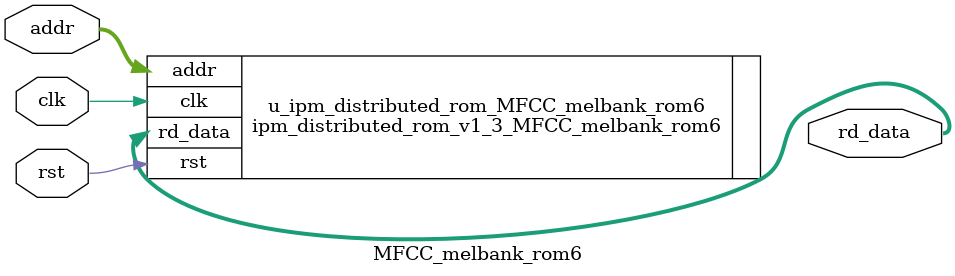
<source format=v>


`timescale 1 ns / 1 ps
module MFCC_melbank_rom6
    (
     addr        ,
     rst         ,
     clk         ,
     rd_data
    );

    localparam ADDR_WIDTH = 9 ; //@IPC int 4,10

    localparam DATA_WIDTH = 8 ; //@IPC int 1,256

    localparam RST_TYPE = "ASYNC" ; //@IPC enum ASYNC,SYNC

    localparam OUT_REG = 0 ; //@IPC bool

    localparam INIT_ENABLE = 1 ; //@IPC bool

    localparam INIT_FILE = "D:/PDS_FPGA/Audio_test/ipcore/MFCC_melbank_rom6/rtl/output5_MFCC_melbank_rom6.dat" ; //@IPC string

    localparam FILE_FORMAT = "BIN" ; //@IPC enum BIN,HEX


     output   wire  [DATA_WIDTH-1:0]       rd_data ;
     input    wire  [ADDR_WIDTH-1:0]       addr    ;
     input                                 clk     ;
     input                                 rst     ;

ipm_distributed_rom_v1_3_MFCC_melbank_rom6
   #(
     .ADDR_WIDTH    (ADDR_WIDTH     ), //address width   range:4-10
     .DATA_WIDTH    (DATA_WIDTH     ), //data width      range:4-256
     .RST_TYPE      (RST_TYPE       ), //reset type   "ASYNC_RESET" "SYNC_RESET"
     .OUT_REG       (OUT_REG        ), //output options :non_register(0)  register(1)
     .INIT_FILE     (INIT_FILE      ), //legal value:"NONE" or "initial file name"
     .FILE_FORMAT   (FILE_FORMAT    )  //initial data format : "bin" or "hex"
    )u_ipm_distributed_rom_MFCC_melbank_rom6
    (
     .rd_data       (rd_data        ),
     .addr          (addr           ),
     .clk           (clk            ),
     .rst           (rst            )

    );
endmodule

</source>
